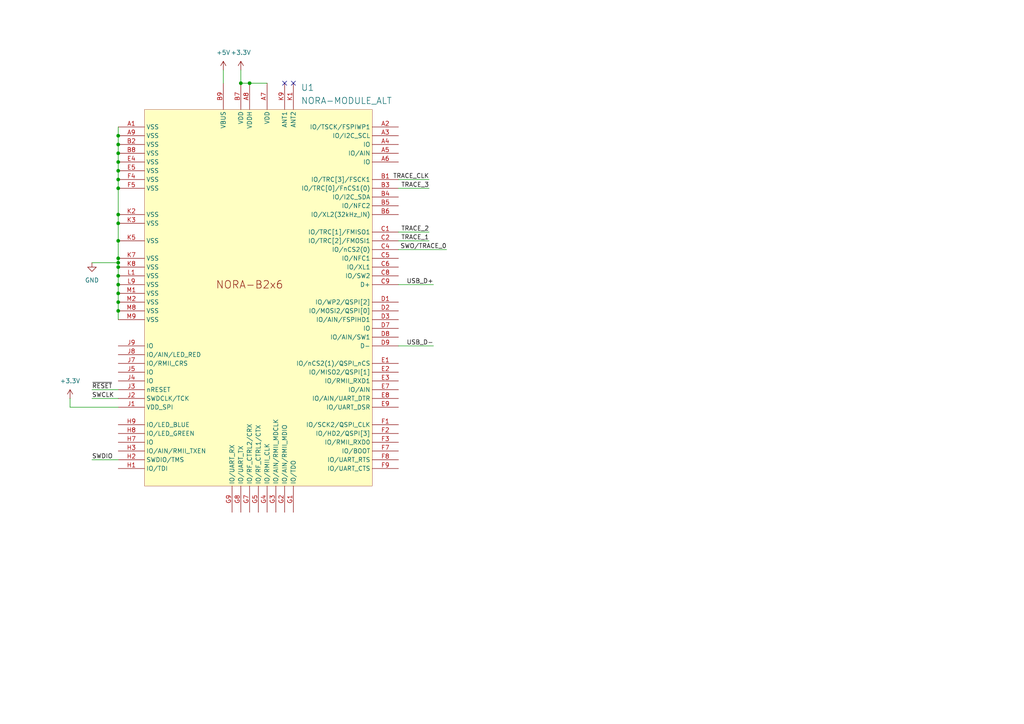
<source format=kicad_sch>
(kicad_sch (version 20250114) (generator "eeschema") (generator_version "9.0")
  (paper "A4")
  (lib_symbols
    (symbol "power:+3.3V" (power) (pin_numbers (hide yes)) (pin_names (offset 0) (hide yes))
      (property "Value" "+3.3V" (at 0 3.556 0))
      (symbol "+3.3V_0_1"
        (polyline (pts (xy -0.762 1.27) (xy 0 2.54)))
        (polyline (pts (xy 0 2.54) (xy 0.762 1.27)))
        (polyline (pts (xy 0 0) (xy 0 2.54)))
      )
      (symbol "+3.3V_1_1"
        (pin power_in line (at 0 0 90) (length 0) (name "~") (number "1"))
      )
    )
    (symbol "power:+5V" (power) (pin_numbers (hide yes)) (pin_names (offset 0) (hide yes))
      (property "Value" "+5V" (at 0 3.556 0))
      (symbol "+5V_0_1"
        (polyline (pts (xy -0.762 1.27) (xy 0 2.54)))
        (polyline (pts (xy 0 2.54) (xy 0.762 1.27)))
        (polyline (pts (xy 0 0) (xy 0 2.54)))
      )
      (symbol "+5V_1_1"
        (pin power_in line (at 0 0 90) (length 0) (name "~") (number "1"))
      )
    )
    (symbol "power:GND" (power) (pin_numbers (hide yes)) (pin_names (offset 0) (hide yes))
      (property "Value" "GND" (at 0 -3.81 0))
      (symbol "GND_0_1"
        (polyline (pts (xy 0 0) (xy 0 -1.27) (xy 1.27 -1.27) (xy 0 -2.54) (xy -1.27 -1.27) (xy 0 -1.27)))
      )
      (symbol "GND_1_1"
        (pin power_in line (at 0 0 270) (length 0) (name "~") (number "1"))
      )
    )
    (symbol "ubloxLib:NORA-B2x6"
      (property "Reference" "U" (at -1.27 1.27 0))
      (property "Value" "NORA-MODULE_ALT" (at -1.27 -3.81 0))
      (symbol "NORA-B2x6_1_0"
        (rectangle (start 40.64 0) (end -25.4 -109.22) (stroke (width 0.0254) (color 128 0 0 1)) (fill (type background)))
        (text "NORA-B2x6" (at 5.08 -50.8 0) (effects (font (size 2.1844 2.1844))))
        (pin power_in line (at -33.02 -5.08 0) (length 7.62) (name "VSS") (number "A1"))
        (pin power_in line (at -33.02 -7.62 0) (length 7.62) (name "VSS") (number "A9"))
        (pin power_in line (at -33.02 -10.16 0) (length 7.62) (name "VSS") (number "B2"))
        (pin power_in line (at -33.02 -12.7 0) (length 7.62) (name "VSS") (number "B8"))
        (pin power_in line (at -33.02 -15.24 0) (length 7.62) (name "VSS") (number "E4"))
        (pin power_in line (at -33.02 -17.78 0) (length 7.62) (name "VSS") (number "E5"))
        (pin power_in line (at -33.02 -20.32 0) (length 7.62) (name "VSS") (number "F4"))
        (pin power_in line (at -33.02 -22.86 0) (length 7.62) (name "VSS") (number "F5"))
        (pin power_in line (at -33.02 -30.48 0) (length 7.62) (name "VSS") (number "K2"))
        (pin power_in line (at -33.02 -33.02 0) (length 7.62) (name "VSS") (number "K3"))
        (pin power_in line (at -33.02 -38.1 0) (length 7.62) (name "VSS") (number "K5"))
        (pin power_in line (at -33.02 -43.18 0) (length 7.62) (name "VSS") (number "K7"))
        (pin power_in line (at -33.02 -45.72 0) (length 7.62) (name "VSS") (number "K8"))
        (pin power_in line (at -33.02 -48.26 0) (length 7.62) (name "VSS") (number "L1"))
        (pin power_in line (at -33.02 -50.8 0) (length 7.62) (name "VSS") (number "L9"))
        (pin power_in line (at -33.02 -53.34 0) (length 7.62) (name "VSS") (number "M1"))
        (pin power_in line (at -33.02 -55.88 0) (length 7.62) (name "VSS") (number "M2"))
        (pin power_in line (at -33.02 -58.42 0) (length 7.62) (name "VSS") (number "M8"))
        (pin power_in line (at -33.02 -60.96 0) (length 7.62) (name "VSS") (number "M9"))
        (pin bidirectional line (at -33.02 -68.58 0) (length 7.62) (name "IO") (number "J9"))
        (pin bidirectional line (at -33.02 -71.12 0) (length 7.62) (name "IO/AIN/LED_RED") (number "J8"))
        (pin bidirectional line (at -33.02 -73.66 0) (length 7.62) (name "IO/RMII_CRS") (number "J7"))
        (pin bidirectional line (at -33.02 -76.2 0) (length 7.62) (name "IO") (number "J5"))
        (pin bidirectional line (at -33.02 -78.74 0) (length 7.62) (name "IO") (number "J4"))
        (pin input line (at -33.02 -81.28 0) (length 7.62) (name "nRESET") (number "J3"))
        (pin bidirectional line (at -33.02 -83.82 0) (length 7.62) (name "SWDCLK/TCK") (number "J2"))
        (pin passive line (at -33.02 -86.36 0) (length 7.62) (name "VDD_SPI") (number "J1"))
        (pin bidirectional line (at -33.02 -91.44 0) (length 7.62) (name "IO/LED_BLUE") (number "H9"))
        (pin bidirectional line (at -33.02 -93.98 0) (length 7.62) (name "IO/LED_GREEN") (number "H8"))
        (pin bidirectional line (at -33.02 -96.52 0) (length 7.62) (name "IO") (number "H7"))
        (pin bidirectional line (at -33.02 -99.06 0) (length 7.62) (name "IO/AIN/RMII_TXEN") (number "H3"))
        (pin bidirectional line (at -33.02 -101.6 0) (length 7.62) (name "SWDIO/TMS") (number "H2"))
        (pin bidirectional line (at -33.02 -104.14 0) (length 7.62) (name "IO/TDI") (number "H1"))
        (pin power_in line (at -2.54 7.62 270) (length 7.62) (name "VBUS") (number "B9"))
        (pin bidirectional line (at 0 -116.84 90) (length 7.62) (name "IO/UART_RX") (number "G9"))
        (pin power_in line (at 2.54 7.62 270) (length 7.62) (name "VDD") (number "B7"))
        (pin bidirectional line (at 2.54 -116.84 90) (length 7.62) (name "IO/UART_TX") (number "G8"))
        (pin power_in line (at 5.08 7.62 270) (length 7.62) (name "VDDH") (number "A8"))
        (pin bidirectional line (at 5.08 -116.84 90) (length 7.62) (name "IO/RF_CTRL2/CRX") (number "G7"))
        (pin bidirectional line (at 7.62 -116.84 90) (length 7.62) (name "IO/RF_CTRL1/CTX") (number "G5"))
        (pin power_in line (at 10.16 7.62 270) (length 7.62) (name "VDD") (number "A7"))
        (pin bidirectional line (at 10.16 -116.84 90) (length 7.62) (name "IO/RMII_CLK") (number "G4"))
        (pin bidirectional line (at 12.7 -116.84 90) (length 7.62) (name "IO/AIN/RMII_MDCLK") (number "G3"))
        (pin passive line (at 15.24 7.62 270) (length 7.62) (name "ANT1") (number "K9"))
        (pin bidirectional line (at 15.24 -116.84 90) (length 7.62) (name "IO/AIN/RMII_MDIO") (number "G2"))
        (pin passive line (at 17.78 7.62 270) (length 7.62) (name "ANT2") (number "K1"))
        (pin bidirectional line (at 17.78 -116.84 90) (length 7.62) (name "IO/TDO") (number "G1"))
        (pin bidirectional line (at 48.26 -5.08 180) (length 7.62) (name "IO/TSCK/FSPIWP1") (number "A2"))
        (pin bidirectional line (at 48.26 -7.62 180) (length 7.62) (name "IO/I2C_SCL") (number "A3"))
        (pin bidirectional line (at 48.26 -10.16 180) (length 7.62) (name "IO") (number "A4"))
        (pin bidirectional line (at 48.26 -12.7 180) (length 7.62) (name "IO/AIN") (number "A5"))
        (pin bidirectional line (at 48.26 -15.24 180) (length 7.62) (name "IO") (number "A6"))
        (pin bidirectional line (at 48.26 -20.32 180) (length 7.62) (name "IO/TRC[3]/FSCK1") (number "B1"))
        (pin bidirectional line (at 48.26 -22.86 180) (length 7.62) (name "IO/TRC[0]/FnCS1(0)") (number "B3"))
        (pin bidirectional line (at 48.26 -25.4 180) (length 7.62) (name "IO/I2C_SDA") (number "B4"))
        (pin bidirectional line (at 48.26 -27.94 180) (length 7.62) (name "IO/NFC2") (number "B5"))
        (pin bidirectional line (at 48.26 -30.48 180) (length 7.62) (name "IO/XL2(32kHz_IN)") (number "B6"))
        (pin bidirectional line (at 48.26 -35.56 180) (length 7.62) (name "IO/TRC[1]/FMISO1") (number "C1"))
        (pin bidirectional line (at 48.26 -38.1 180) (length 7.62) (name "IO/TRC[2]/FMOSI1") (number "C2"))
        (pin bidirectional line (at 48.26 -40.64 180) (length 7.62) (name "IO/nCS2(0)") (number "C4"))
        (pin bidirectional line (at 48.26 -43.18 180) (length 7.62) (name "IO/NFC1") (number "C5"))
        (pin bidirectional line (at 48.26 -45.72 180) (length 7.62) (name "IO/XL1") (number "C6"))
        (pin bidirectional line (at 48.26 -48.26 180) (length 7.62) (name "IO/SW2") (number "C8"))
        (pin bidirectional line (at 48.26 -50.8 180) (length 7.62) (name "D+") (number "C9"))
        (pin bidirectional line (at 48.26 -55.88 180) (length 7.62) (name "IO/WP2/QSPI[2]") (number "D1"))
        (pin bidirectional line (at 48.26 -58.42 180) (length 7.62) (name "IO/MOSI2/QSPI[0]") (number "D2"))
        (pin bidirectional line (at 48.26 -60.96 180) (length 7.62) (name "IO/AIN/FSPIHD1") (number "D3"))
        (pin bidirectional line (at 48.26 -63.5 180) (length 7.62) (name "IO") (number "D7"))
        (pin bidirectional line (at 48.26 -66.04 180) (length 7.62) (name "IO/AIN/SW1") (number "D8"))
        (pin bidirectional line (at 48.26 -68.58 180) (length 7.62) (name "D-") (number "D9"))
        (pin bidirectional line (at 48.26 -73.66 180) (length 7.62) (name "IO/nCS2(1)/QSPI_nCS") (number "E1"))
        (pin bidirectional line (at 48.26 -76.2 180) (length 7.62) (name "IO/MISO2/QSPI[1]") (number "E2"))
        (pin bidirectional line (at 48.26 -78.74 180) (length 7.62) (name "IO/RMII_RXD1") (number "E3"))
        (pin bidirectional line (at 48.26 -81.28 180) (length 7.62) (name "IO/AIN") (number "E7"))
        (pin bidirectional line (at 48.26 -83.82 180) (length 7.62) (name "IO/AIN/UART_DTR") (number "E8"))
        (pin bidirectional line (at 48.26 -86.36 180) (length 7.62) (name "IO/UART_DSR") (number "E9"))
        (pin bidirectional line (at 48.26 -91.44 180) (length 7.62) (name "IO/SCK2/QSPI_CLK") (number "F1"))
        (pin bidirectional line (at 48.26 -93.98 180) (length 7.62) (name "IO/HD2/QSPI[3]") (number "F2"))
        (pin bidirectional line (at 48.26 -96.52 180) (length 7.62) (name "IO/RMII_RXD0") (number "F3"))
        (pin bidirectional line (at 48.26 -99.06 180) (length 7.62) (name "IO/BOOT") (number "F7"))
        (pin bidirectional line (at 48.26 -101.6 180) (length 7.62) (name "IO/UART_RTS") (number "F8"))
        (pin bidirectional line (at 48.26 -104.14 180) (length 7.62) (name "IO/UART_CTS") (number "F9"))
      )
    )
  )
  (junction (at 34.29 69.85))
  (junction (at 34.29 64.77))
  (junction (at 34.29 41.91))
  (junction (at 34.29 52.07))
  (junction (at 34.29 46.99))
  (junction (at 34.29 39.37))
  (junction (at 34.29 77.47))
  (junction (at 34.29 76.2))
  (junction (at 34.29 74.93))
  (junction (at 34.29 49.53))
  (junction (at 34.29 44.45))
  (junction (at 69.85 24.13))
  (junction (at 34.29 85.09))
  (junction (at 34.29 82.55))
  (junction (at 34.29 80.01))
  (junction (at 72.39 24.13))
  (junction (at 34.29 54.61))
  (junction (at 34.29 87.63))
  (junction (at 34.29 90.17))
  (junction (at 34.29 62.23))
  (no_connect (at 85.09 24.13))
  (no_connect (at 82.55 24.13))
  (wire (pts (xy 69.85 20.32) (xy 69.85 24.13)))
  (wire (pts (xy 34.29 64.77) (xy 34.29 69.85)))
  (wire (pts (xy 115.57 72.39) (xy 129.54 72.39)))
  (wire (pts (xy 26.67 115.57) (xy 34.29 115.57)))
  (wire (pts (xy 20.32 118.11) (xy 34.29 118.11)))
  (wire (pts (xy 34.29 90.17) (xy 34.29 92.71)))
  (wire (pts (xy 34.29 46.99) (xy 34.29 49.53)))
  (wire (pts (xy 115.57 100.33) (xy 125.73 100.33)))
  (wire (pts (xy 34.29 44.45) (xy 34.29 46.99)))
  (wire (pts (xy 34.29 76.2) (xy 34.29 77.47)))
  (wire (pts (xy 34.29 74.93) (xy 34.29 76.2)))
  (wire (pts (xy 26.67 76.2) (xy 34.29 76.2)))
  (wire (pts (xy 115.57 82.55) (xy 125.73 82.55)))
  (wire (pts (xy 34.29 82.55) (xy 34.29 85.09)))
  (wire (pts (xy 26.67 133.35) (xy 34.29 133.35)))
  (wire (pts (xy 115.57 69.85) (xy 124.46 69.85)))
  (wire (pts (xy 34.29 39.37) (xy 34.29 41.91)))
  (wire (pts (xy 34.29 54.61) (xy 34.29 62.23)))
  (wire (pts (xy 34.29 52.07) (xy 34.29 54.61)))
  (wire (pts (xy 34.29 87.63) (xy 34.29 90.17)))
  (wire (pts (xy 34.29 80.01) (xy 34.29 82.55)))
  (wire (pts (xy 20.32 115.57) (xy 20.32 118.11)))
  (wire (pts (xy 34.29 77.47) (xy 34.29 80.01)))
  (wire (pts (xy 34.29 62.23) (xy 34.29 64.77)))
  (wire (pts (xy 34.29 85.09) (xy 34.29 87.63)))
  (wire (pts (xy 34.29 36.83) (xy 34.29 39.37)))
  (wire (pts (xy 115.57 67.31) (xy 124.46 67.31)))
  (wire (pts (xy 72.39 24.13) (xy 77.47 24.13)))
  (wire (pts (xy 26.67 113.03) (xy 34.29 113.03)))
  (wire (pts (xy 115.57 52.07) (xy 124.46 52.07)))
  (wire (pts (xy 34.29 69.85) (xy 34.29 74.93)))
  (wire (pts (xy 115.57 54.61) (xy 124.46 54.61)))
  (wire (pts (xy 69.85 24.13) (xy 72.39 24.13)))
  (wire (pts (xy 64.77 20.32) (xy 64.77 24.13)))
  (wire (pts (xy 34.29 41.91) (xy 34.29 44.45)))
  (wire (pts (xy 34.29 49.53) (xy 34.29 52.07)))
  (label "USB_D-" (at 125.73 100.33 180))
  (label "TRACE_1" (at 124.46 69.85 180))
  (label "TRACE_CLK" (at 124.46 52.07 180))
  (label "SWO{slash}TRACE_0" (at 129.54 72.39 180))
  (label "TRACE_2" (at 124.46 67.31 180))
  (label "SWDIO" (at 26.67 133.35 0))
  (label "TRACE_3" (at 124.46 54.61 180))
  (label "SWCLK" (at 26.67 115.57 0))
  (label "~{RESET}" (at 26.67 113.03 0))
  (label "USB_D+" (at 125.73 82.55 180))
  (symbol (lib_id "power:+3.3V") (at 69.85 20.32 0) (unit 1)
    (property "Reference" "#PWR02" (effects (hide yes)))
    (property "Value" "+3.3V" (at 69.85 15.24 0))
    (property "Description" "Power symbol creates a global label with name \"+3.3V\"" (effects (hide yes)))
  )
  (symbol (lib_id "ubloxLib:NORA-B2x6") (at 67.31 31.75 0) (unit 1)
    (property "Reference" "U1" (at 87.2333 25.4 0) (effects (font (size 1.8288 1.8288)) (justify left)))
    (property "Value" "NORA-MODULE_ALT" (at 87.2333 29.21 0) (effects (font (size 1.8288 1.8288)) (justify left)))
    (property "Footprint" "ubloxLib:NORA_LGA82R_1430X1040X190_ANT" (effects (hide yes)))
    (property "Description" "NORA-B206, NORA-B216, and NORA-B226" (effects (hide yes)))
    (property "Manufacturer P/N" "NORA" (effects (hide yes)))
    (property "Part Number" "NORA" (effects (hide yes)))
    (property "Part Name" "NORA" (effects (hide yes)))
    (property "Part_Type" "Module" (effects (hide yes)))
    (property "Manufacturer" "u-blox" (effects (hide yes)))
    (property "Body Size" "14.3 mm x 10.4 mm" (effects (hide yes)))
    (property "Height" "0" (effects (hide yes)))
    (property "Part Description" "NORA MODULE FOOTPRINT" (effects (hide yes)))
    (property "ALTIUM_VALUE" "NORA" (effects (hide yes)))
  )
  (symbol (lib_id "power:GND") (at 26.67 76.2 0) (unit 1)
    (property "Reference" "#PWR01" (effects (hide yes)))
    (property "Value" "GND" (at 26.67 81.28 0))
    (property "Description" "Power symbol creates a global label with name \"GND\" , ground" (effects (hide yes)))
  )
  (symbol (lib_id "power:+5V") (at 64.77 20.32 0) (unit 1)
    (property "Reference" "#PWR03" (effects (hide yes)))
    (property "Value" "+5V" (at 64.77 15.24 0))
    (property "Description" "Power symbol creates a global label with name \"+5V\"" (effects (hide yes)))
  )
  (symbol (lib_id "power:+3.3V") (at 20.32 115.57 0) (unit 1)
    (property "Reference" "#PWR04" (effects (hide yes)))
    (property "Value" "+3.3V" (at 20.32 110.49 0))
    (property "Description" "Power symbol creates a global label with name \"+3.3V\"" (effects (hide yes)))
  )
)
</source>
